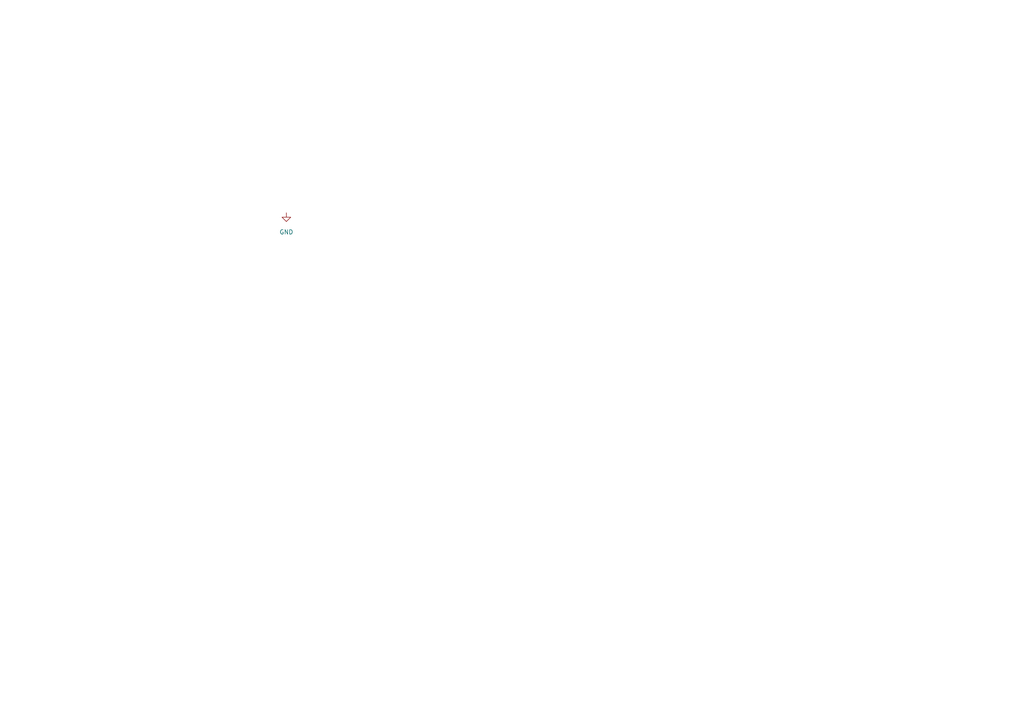
<source format=kicad_sch>
(kicad_sch (version 20211123) (generator eeschema)
  (paper "A4")
  (lib_symbols
    (symbol "power:GND" (power) (pin_names (offset 0))
      (property "Value" "GND" (at 0 -3.81 0))
      (symbol "GND_0_1"
        (polyline (pts (xy 0 0) (xy 0 -1.27) (xy 1.27 -1.27) (xy 0 -2.54) (xy -1.27 -1.27) (xy 0 -1.27)))
      )
      (symbol "GND_1_1"
        (pin power_in line (at 0 0 270) (length 0) hide (name "GND") (number "1"))
      )
    )
  )
  (symbol (lib_id "power:GND") (at 83.058 61.722 0) (unit 1)
    (property "Reference" "#PWR0101" (effects hide))
    (property "Value" "GND" (at 83.058 67.31 0))
  )
)
</source>
